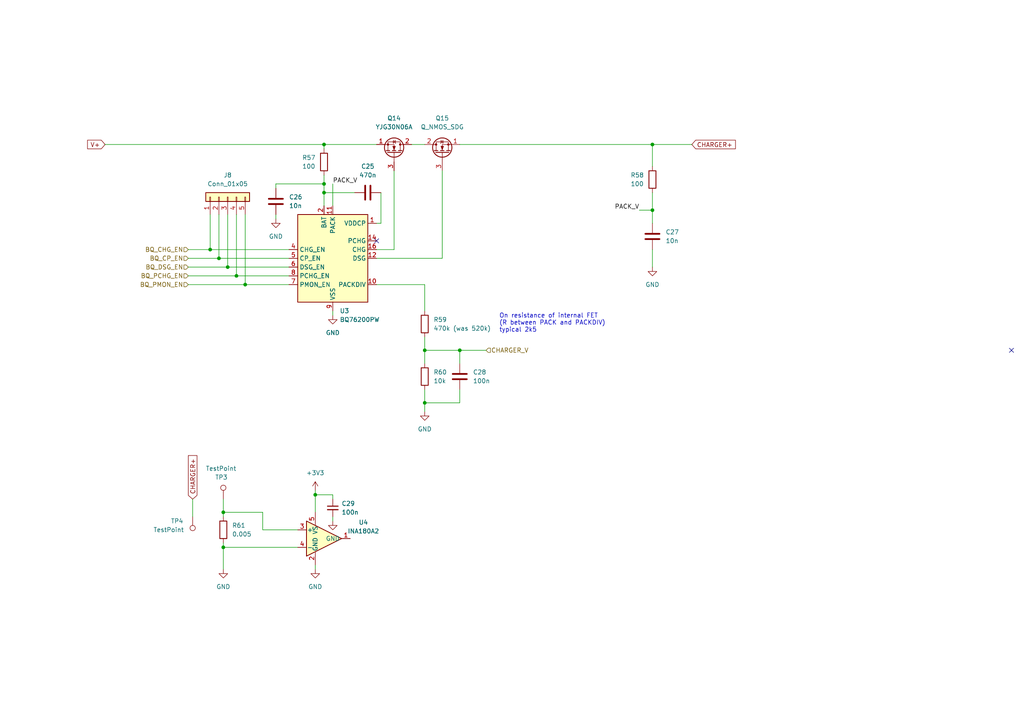
<source format=kicad_sch>
(kicad_sch (version 20211123) (generator eeschema)
  (paper "A4")
  (lib_symbols
    (symbol "Battery_Management:BQ76200PW"
      (property "Reference" "U" (at -8.89 13.97 0))
      (property "Value" "BQ76200PW" (at 7.62 13.97 0))
      (symbol "BQ76200PW_0_1"
        (rectangle (start -10.16 -12.7) (end 10.16 12.7) (stroke (width 0.254)) (fill (type background)))
      )
      (symbol "BQ76200PW_1_1"
        (pin output line (at 12.7 10.16 180) (length 2.54) (name "VDDCP") (number "1"))
        (pin output line (at 12.7 -7.62 180) (length 2.54) (name "PACKDIV") (number "10"))
        (pin power_in line (at 0 15.24 270) (length 2.54) (name "PACK") (number "11"))
        (pin output line (at 12.7 0 180) (length 2.54) (name "DSG") (number "12"))
        (pin no_connect line (at -10.16 7.62 0) (length 2.54) hide (name "NC") (number "13"))
        (pin output line (at 12.7 5.08 180) (length 2.54) (name "PCHG") (number "14"))
        (pin no_connect line (at -10.16 5.08 0) (length 2.54) hide (name "NC") (number "15"))
        (pin output line (at 12.7 2.54 180) (length 2.54) (name "CHG") (number "16"))
        (pin power_in line (at -2.54 15.24 270) (length 2.54) (name "BAT") (number "2"))
        (pin no_connect line (at -10.16 10.16 0) (length 2.54) hide (name "NC") (number "3"))
        (pin input line (at -12.7 2.54 0) (length 2.54) (name "CHG_EN") (number "4"))
        (pin input line (at -12.7 0 0) (length 2.54) (name "CP_EN") (number "5"))
        (pin input line (at -12.7 -2.54 0) (length 2.54) (name "DSG_EN") (number "6"))
        (pin input line (at -12.7 -7.62 0) (length 2.54) (name "PMON_EN") (number "7"))
        (pin input line (at -12.7 -5.08 0) (length 2.54) (name "PCHG_EN") (number "8"))
        (pin power_in line (at 0 -15.24 90) (length 2.54) (name "VSS") (number "9"))
      )
    )
    (symbol "Connector:TestPoint" (pin_numbers hide) (pin_names (offset 0.762) hide)
      (property "Reference" "TP" (at 0 6.858 0))
      (property "Value" "TestPoint" (at 0 5.08 0))
      (symbol "TestPoint_0_1"
        (circle (center 0 3.302) (radius 0.762))
      )
      (symbol "TestPoint_1_1"
        (pin passive line (at 0 0 90) (length 2.54) (name "1") (number "1"))
      )
    )
    (symbol "Connector_Generic:Conn_01x05" (pin_names (offset 1.016) hide)
      (property "Reference" "J" (at 0 7.62 0))
      (property "Value" "Conn_01x05" (at 0 -7.62 0))
      (symbol "Conn_01x05_1_1"
        (rectangle (start -1.27 -4.953) (end 0 -5.207) (stroke (width 0.1524)))
        (rectangle (start -1.27 -2.413) (end 0 -2.667) (stroke (width 0.1524)))
        (rectangle (start -1.27 0.127) (end 0 -0.127) (stroke (width 0.1524)))
        (rectangle (start -1.27 2.667) (end 0 2.413) (stroke (width 0.1524)))
        (rectangle (start -1.27 5.207) (end 0 4.953) (stroke (width 0.1524)))
        (rectangle (start -1.27 6.35) (end 1.27 -6.35) (stroke (width 0.254)) (fill (type background)))
        (pin passive line (at -5.08 5.08 0) (length 3.81) (name "Pin_1") (number "1"))
        (pin passive line (at -5.08 2.54 0) (length 3.81) (name "Pin_2") (number "2"))
        (pin passive line (at -5.08 0 0) (length 3.81) (name "Pin_3") (number "3"))
        (pin passive line (at -5.08 -2.54 0) (length 3.81) (name "Pin_4") (number "4"))
        (pin passive line (at -5.08 -5.08 0) (length 3.81) (name "Pin_5") (number "5"))
      )
    )
    (symbol "Device:C" (pin_numbers hide) (pin_names (offset 0.254))
      (property "Reference" "C" (at 0.635 2.54 0))
      (property "Value" "C" (at 0.635 -2.54 0))
      (symbol "C_0_1"
        (polyline (pts (xy -2.032 -0.762) (xy 2.032 -0.762)) (stroke (width 0.508)))
        (polyline (pts (xy -2.032 0.762) (xy 2.032 0.762)) (stroke (width 0.508)))
      )
      (symbol "C_1_1"
        (pin passive line (at 0 3.81 270) (length 2.794) (name "~") (number "1"))
        (pin passive line (at 0 -3.81 90) (length 2.794) (name "~") (number "2"))
      )
    )
    (symbol "Device:C_Small" (pin_numbers hide) (pin_names (offset 0.254) hide)
      (property "Reference" "C" (at 0.254 1.778 0))
      (property "Value" "C_Small" (at 0.254 -2.032 0))
      (symbol "C_Small_0_1"
        (polyline (pts (xy -1.524 -0.508) (xy 1.524 -0.508)) (stroke (width 0.3302)))
        (polyline (pts (xy -1.524 0.508) (xy 1.524 0.508)) (stroke (width 0.3048)))
      )
      (symbol "C_Small_1_1"
        (pin passive line (at 0 2.54 270) (length 2.032) (name "~") (number "1"))
        (pin passive line (at 0 -2.54 90) (length 2.032) (name "~") (number "2"))
      )
    )
    (symbol "Device:Q_NMOS_SDG" (pin_names (offset 0) hide)
      (property "Reference" "Q" (at 5.08 1.27 0))
      (property "Value" "Q_NMOS_SDG" (at 5.08 -1.27 0))
      (symbol "Q_NMOS_SDG_0_1"
        (polyline (pts (xy 0.254 0) (xy -2.54 0)))
        (polyline (pts (xy 0.254 1.905) (xy 0.254 -1.905)) (stroke (width 0.254)))
        (polyline (pts (xy 0.762 -1.27) (xy 0.762 -2.286)) (stroke (width 0.254)))
        (polyline (pts (xy 0.762 0.508) (xy 0.762 -0.508)) (stroke (width 0.254)))
        (polyline (pts (xy 0.762 2.286) (xy 0.762 1.27)) (stroke (width 0.254)))
        (polyline (pts (xy 2.54 2.54) (xy 2.54 1.778)))
        (polyline (pts (xy 2.54 -2.54) (xy 2.54 0) (xy 0.762 0)))
        (polyline (pts (xy 0.762 -1.778) (xy 3.302 -1.778) (xy 3.302 1.778) (xy 0.762 1.778)))
        (polyline (pts (xy 1.016 0) (xy 2.032 0.381) (xy 2.032 -0.381) (xy 1.016 0)) (fill (type outline)))
        (polyline (pts (xy 2.794 0.508) (xy 2.921 0.381) (xy 3.683 0.381) (xy 3.81 0.254)))
        (polyline (pts (xy 3.302 0.381) (xy 2.921 -0.254) (xy 3.683 -0.254) (xy 3.302 0.381)))
        (circle (center 1.651 0) (radius 2.794) (stroke (width 0.254)))
        (circle (center 2.54 -1.778) (radius 0.254) (fill (type outline)))
        (circle (center 2.54 1.778) (radius 0.254) (fill (type outline)))
      )
      (symbol "Q_NMOS_SDG_1_1"
        (pin passive line (at 2.54 -5.08 90) (length 2.54) (name "S") (number "1"))
        (pin passive line (at 2.54 5.08 270) (length 2.54) (name "D") (number "2"))
        (pin input line (at -5.08 0 0) (length 2.54) (name "G") (number "3"))
      )
    )
    (symbol "Device:R" (pin_numbers hide) (pin_names (offset 0))
      (property "Reference" "R" (at 2.032 0 90))
      (property "Value" "R" (at 0 0 90))
      (symbol "R_0_1"
        (rectangle (start -1.016 -2.54) (end 1.016 2.54) (stroke (width 0.254)))
      )
      (symbol "R_1_1"
        (pin passive line (at 0 3.81 270) (length 1.27) (name "~") (number "1"))
        (pin passive line (at 0 -3.81 90) (length 1.27) (name "~") (number "2"))
      )
    )
    (symbol "FLUX_BMS:INA180" (pin_names (offset 0.127))
      (property "Reference" "U" (at 3.81 3.81 0))
      (property "Value" "INA180" (at 3.81 -2.54 0))
      (symbol "INA180_0_1"
        (polyline (pts (xy 5.08 0) (xy -5.08 5.08) (xy -5.08 -5.08) (xy 5.08 0)) (stroke (width 0.254)) (fill (type background)))
      )
      (symbol "INA180_1_1"
        (pin output line (at 7.62 0 180) (length 2.54) (name "~") (number "1"))
        (pin power_in line (at -2.54 -7.62 90) (length 3.81) (name "GND") (number "2"))
        (pin input line (at -7.62 2.54 0) (length 2.54) (name "+") (number "3"))
        (pin input line (at -7.62 -2.54 0) (length 2.54) (name "-") (number "4"))
        (pin power_in line (at -2.54 7.62 270) (length 3.81) (name "VS") (number "5"))
      )
    )
    (symbol "power:+3V3" (power) (pin_names (offset 0))
      (property "Value" "+3V3" (at 0 3.556 0))
      (symbol "+3V3_0_1"
        (polyline (pts (xy -0.762 1.27) (xy 0 2.54)))
        (polyline (pts (xy 0 0) (xy 0 2.54)))
        (polyline (pts (xy 0 2.54) (xy 0.762 1.27)))
      )
      (symbol "+3V3_1_1"
        (pin power_in line (at 0 0 90) (length 0) hide (name "+3V3") (number "1"))
      )
    )
    (symbol "power:GND" (power) (pin_names (offset 0))
      (property "Value" "GND" (at 0 -3.81 0))
      (symbol "GND_0_1"
        (polyline (pts (xy 0 0) (xy 0 -1.27) (xy 1.27 -1.27) (xy 0 -2.54) (xy -1.27 -1.27) (xy 0 -1.27)))
      )
      (symbol "GND_1_1"
        (pin power_in line (at 0 0 270) (length 0) hide (name "GND") (number "1"))
      )
    )
  )
  (junction (at 71.12 82.55))
  (junction (at 133.35 101.6))
  (junction (at 64.77 158.75))
  (junction (at 60.96 72.39))
  (junction (at 66.04 77.47))
  (junction (at 91.44 143.51))
  (junction (at 189.23 60.96))
  (junction (at 93.98 53.34))
  (junction (at 93.98 55.88))
  (junction (at 123.19 101.6))
  (junction (at 63.5 74.93))
  (junction (at 189.23 41.91))
  (junction (at 64.77 148.59))
  (junction (at 123.19 116.84))
  (junction (at 93.98 41.91))
  (junction (at 68.58 80.01))
  (no_connect (at 293.37 101.6))
  (no_connect (at 109.22 69.85))
  (wire (pts (xy 93.98 55.88) (xy 102.87 55.88)))
  (wire (pts (xy 123.19 101.6) (xy 133.35 101.6)))
  (wire (pts (xy 54.61 74.93) (xy 63.5 74.93)))
  (wire (pts (xy 133.35 101.6) (xy 133.35 105.41)))
  (wire (pts (xy 60.96 72.39) (xy 83.82 72.39)))
  (wire (pts (xy 114.3 49.53) (xy 114.3 72.39)))
  (wire (pts (xy 123.19 116.84) (xy 123.19 119.38)))
  (wire (pts (xy 114.3 72.39) (xy 109.22 72.39)))
  (wire (pts (xy 80.01 53.34) (xy 93.98 53.34)))
  (wire (pts (xy 96.52 149.86) (xy 96.52 151.13)))
  (wire (pts (xy 109.22 82.55) (xy 123.19 82.55)))
  (wire (pts (xy 96.52 144.78) (xy 96.52 143.51)))
  (wire (pts (xy 66.04 62.23) (xy 66.04 77.47)))
  (wire (pts (xy 55.88 144.78) (xy 55.88 149.86)))
  (wire (pts (xy 91.44 163.83) (xy 91.44 165.1)))
  (wire (pts (xy 123.19 97.79) (xy 123.19 101.6)))
  (wire (pts (xy 54.61 82.55) (xy 71.12 82.55)))
  (wire (pts (xy 123.19 101.6) (xy 123.19 105.41)))
  (wire (pts (xy 96.52 143.51) (xy 91.44 143.51)))
  (wire (pts (xy 64.77 144.78) (xy 64.77 148.59)))
  (wire (pts (xy 71.12 82.55) (xy 83.82 82.55)))
  (wire (pts (xy 96.52 90.17) (xy 96.52 91.44)))
  (wire (pts (xy 189.23 41.91) (xy 200.66 41.91)))
  (wire (pts (xy 68.58 62.23) (xy 68.58 80.01)))
  (wire (pts (xy 93.98 50.8) (xy 93.98 53.34)))
  (wire (pts (xy 54.61 77.47) (xy 66.04 77.47)))
  (wire (pts (xy 91.44 143.51) (xy 91.44 148.59)))
  (wire (pts (xy 189.23 60.96) (xy 189.23 64.77)))
  (wire (pts (xy 86.36 153.67) (xy 76.2 153.67)))
  (wire (pts (xy 64.77 158.75) (xy 64.77 157.48)))
  (wire (pts (xy 109.22 41.91) (xy 93.98 41.91)))
  (wire (pts (xy 189.23 55.88) (xy 189.23 60.96)))
  (wire (pts (xy 189.23 72.39) (xy 189.23 77.47)))
  (wire (pts (xy 76.2 148.59) (xy 64.77 148.59)))
  (wire (pts (xy 93.98 53.34) (xy 93.98 55.88)))
  (wire (pts (xy 123.19 82.55) (xy 123.19 90.17)))
  (wire (pts (xy 63.5 62.23) (xy 63.5 74.93)))
  (wire (pts (xy 109.22 74.93) (xy 128.27 74.93)))
  (wire (pts (xy 110.49 55.88) (xy 110.49 64.77)))
  (wire (pts (xy 54.61 72.39) (xy 60.96 72.39)))
  (wire (pts (xy 30.48 41.91) (xy 93.98 41.91)))
  (wire (pts (xy 133.35 41.91) (xy 189.23 41.91)))
  (wire (pts (xy 91.44 142.24) (xy 91.44 143.51)))
  (wire (pts (xy 54.61 80.01) (xy 68.58 80.01)))
  (wire (pts (xy 64.77 158.75) (xy 86.36 158.75)))
  (wire (pts (xy 80.01 62.23) (xy 80.01 63.5)))
  (wire (pts (xy 68.58 80.01) (xy 83.82 80.01)))
  (wire (pts (xy 133.35 101.6) (xy 140.97 101.6)))
  (wire (pts (xy 66.04 77.47) (xy 83.82 77.47)))
  (wire (pts (xy 63.5 74.93) (xy 83.82 74.93)))
  (wire (pts (xy 60.96 62.23) (xy 60.96 72.39)))
  (wire (pts (xy 64.77 148.59) (xy 64.77 149.86)))
  (wire (pts (xy 96.52 53.34) (xy 96.52 59.69)))
  (wire (pts (xy 133.35 116.84) (xy 123.19 116.84)))
  (wire (pts (xy 119.38 41.91) (xy 123.19 41.91)))
  (wire (pts (xy 64.77 158.75) (xy 64.77 165.1)))
  (wire (pts (xy 123.19 113.03) (xy 123.19 116.84)))
  (wire (pts (xy 110.49 64.77) (xy 109.22 64.77)))
  (wire (pts (xy 71.12 62.23) (xy 71.12 82.55)))
  (wire (pts (xy 76.2 153.67) (xy 76.2 148.59)))
  (wire (pts (xy 80.01 54.61) (xy 80.01 53.34)))
  (wire (pts (xy 93.98 55.88) (xy 93.98 59.69)))
  (wire (pts (xy 189.23 41.91) (xy 189.23 48.26)))
  (wire (pts (xy 93.98 41.91) (xy 93.98 43.18)))
  (wire (pts (xy 133.35 113.03) (xy 133.35 116.84)))
  (wire (pts (xy 128.27 74.93) (xy 128.27 49.53)))
  (wire (pts (xy 185.42 60.96) (xy 189.23 60.96)))
  (text "On resistance of internal FET \n(R between PACK and PACKDIV)\ntypical 2k5" (at 144.78 96.52 0) (effects (font (size 1.27 1.27)) (justify left bottom)))
  (label "PACK_V" (at 185.42 60.96 180))
  (label "PACK_V" (at 96.52 53.34 0))
  (global_label "CHARGER+" (shape input) (at 55.88 144.78 90) (property "Intersheet References" "${INTERSHEET_REFS}" (effects hide)))
  (global_label "V+" (shape input) (at 30.48 41.91 180) (property "Intersheet References" "${INTERSHEET_REFS}" (effects hide)))
  (global_label "CHARGER+" (shape input) (at 200.66 41.91 0) (property "Intersheet References" "${INTERSHEET_REFS}" (effects hide)))
  (hierarchical_label "BQ_DSG_EN" (shape input) (at 54.61 77.47 180))
  (hierarchical_label "BQ_PCHG_EN" (shape input) (at 54.61 80.01 180))
  (hierarchical_label "CHARGER_V" (shape input) (at 140.97 101.6 0))
  (hierarchical_label "BQ_PMON_EN" (shape input) (at 54.61 82.55 180))
  (hierarchical_label "BQ_CHG_EN" (shape input) (at 54.61 72.39 180))
  (hierarchical_label "BQ_CP_EN" (shape input) (at 54.61 74.93 180))
  (symbol (lib_id "Device:C") (at 133.35 109.22 180) (unit 1)
    (property "Reference" "C28" (at 137.16 107.9499 0) (effects (justify right)))
    (property "Value" "100n" (at 137.16 110.4899 0) (effects (justify right)))
    (property "Footprint" "Capacitor_SMD:C_0805_2012Metric" (effects hide))
  )
  (symbol (lib_id "Device:C") (at 80.01 58.42 180) (unit 1)
    (property "Reference" "C26" (at 83.82 57.1499 0) (effects (justify right)))
    (property "Value" "10n" (at 83.82 59.6899 0) (effects (justify right)))
    (property "Footprint" "Capacitor_SMD:C_0805_2012Metric" (effects hide))
  )
  (symbol (lib_id "Connector:TestPoint") (at 64.77 144.78 0) (unit 1)
    (property "Reference" "TP3" (at 66.04 138.43 0) (effects (justify right)))
    (property "Value" "TestPoint" (at 68.58 135.89 0) (effects (justify right)))
    (property "Footprint" "FLUX-BMS:PAD" (effects hide))
  )
  (symbol (lib_id "power:GND") (at 96.52 151.13 0) (unit 1)
    (property "Reference" "#PWR026" (effects hide))
    (property "Value" "GND" (at 96.52 156.21 0))
  )
  (symbol (lib_id "Connector:TestPoint") (at 55.88 149.86 180) (unit 1)
    (property "Reference" "TP4" (at 49.53 151.13 0) (effects (justify right)))
    (property "Value" "TestPoint" (at 44.45 153.67 0) (effects (justify right)))
    (property "Footprint" "FLUX-BMS:PAD" (effects hide))
  )
  (symbol (lib_id "power:GND") (at 123.19 119.38 0) (unit 1)
    (property "Reference" "#PWR025" (effects hide))
    (property "Value" "GND" (at 123.19 124.46 0))
  )
  (symbol (lib_id "power:GND") (at 64.77 165.1 0) (unit 1)
    (property "Reference" "#PWR027" (effects hide))
    (property "Value" "GND" (at 64.77 170.18 0))
  )
  (symbol (lib_id "power:GND") (at 96.52 91.44 0) (unit 1)
    (property "Reference" "#PWR023" (effects hide))
    (property "Value" "GND" (at 96.52 96.52 0))
  )
  (symbol (lib_id "power:GND") (at 189.23 77.47 0) (unit 1)
    (property "Reference" "#PWR022" (effects hide))
    (property "Value" "GND" (at 189.23 82.55 0))
  )
  (symbol (lib_id "Device:R") (at 123.19 109.22 0) (unit 1)
    (property "Reference" "R60" (at 125.73 107.9499 0) (effects (justify left)))
    (property "Value" "10k" (at 125.73 110.4899 0) (effects (justify left)))
    (property "Footprint" "Resistor_SMD:R_0805_2012Metric" (effects hide))
  )
  (symbol (lib_id "Device:Q_NMOS_SDG") (at 128.27 44.45 90) (unit 1)
    (property "Reference" "Q15" (at 128.27 34.29 90))
    (property "Value" "Q_NMOS_SDG" (at 128.27 36.83 90))
    (property "Footprint" "FLUX-BMS:TRANS_BSC076N06NS3-G" (effects hide))
  )
  (symbol (lib_id "power:+3V3") (at 91.44 142.24 0) (unit 1)
    (property "Reference" "#PWR024" (effects hide))
    (property "Value" "+3V3" (at 91.44 137.16 0))
  )
  (symbol (lib_id "Device:R") (at 189.23 52.07 0) (unit 1)
    (property "Reference" "R58" (at 182.88 50.8 0) (effects (justify left)))
    (property "Value" "100" (at 182.88 53.34 0) (effects (justify left)))
    (property "Footprint" "Resistor_SMD:R_0805_2012Metric" (effects hide))
  )
  (symbol (lib_id "Device:R") (at 93.98 46.99 0) (unit 1)
    (property "Reference" "R57" (at 87.63 45.72 0) (effects (justify left)))
    (property "Value" "100" (at 87.63 48.26 0) (effects (justify left)))
    (property "Footprint" "Resistor_SMD:R_0805_2012Metric" (effects hide))
  )
  (symbol (lib_id "Device:R") (at 123.19 93.98 0) (unit 1)
    (property "Reference" "R59" (at 125.73 92.7099 0) (effects (justify left)))
    (property "Value" "470k (was 520k)" (at 125.73 95.2499 0) (effects (justify left)))
    (property "Footprint" "Resistor_SMD:R_0805_2012Metric" (effects hide))
  )
  (symbol (lib_id "Device:Q_NMOS_SDG") (at 114.3 44.45 270) (mirror x) (unit 1)
    (property "Reference" "Q14" (at 114.3 34.29 90))
    (property "Value" "YJG30N06A" (at 114.3 36.83 90))
    (property "Footprint" "FLUX-BMS:TRANS_BSC076N06NS3-G" (effects hide))
    (property "LCSC" "C919593" (effects hide))
  )
  (symbol (lib_id "Device:R") (at 64.77 153.67 0) (unit 1)
    (property "Reference" "R61" (at 67.31 152.3999 0) (effects (justify left)))
    (property "Value" "0.005" (at 67.31 154.9399 0) (effects (justify left)))
    (property "Footprint" "Resistor_SMD:R_2512_6332Metric" (effects hide))
    (property "LCSC" "C2903465" (effects hide))
  )
  (symbol (lib_id "Device:C_Small") (at 96.52 147.32 0) (unit 1)
    (property "Reference" "C29" (at 99.06 146.0562 0) (effects (justify left)))
    (property "Value" "100n" (at 99.06 148.5962 0) (effects (justify left)))
    (property "Footprint" "Capacitor_SMD:C_0805_2012Metric" (effects hide))
  )
  (symbol (lib_id "Device:C") (at 189.23 68.58 180) (unit 1)
    (property "Reference" "C27" (at 193.04 67.3099 0) (effects (justify right)))
    (property "Value" "10n" (at 193.04 69.8499 0) (effects (justify right)))
    (property "Footprint" "Capacitor_SMD:C_0805_2012Metric" (effects hide))
  )
  (symbol (lib_id "Battery_Management:BQ76200PW") (at 96.52 74.93 0) (unit 1)
    (property "Reference" "U3" (at 98.5394 90.17 0) (effects (justify left)))
    (property "Value" "BQ76200PW" (at 98.5394 92.71 0) (effects (justify left)))
    (property "Footprint" "Package_SO:TSSOP-16_4.4x5mm_P0.65mm" (effects hide))
    (property "Datasheet" "http://www.ti.com/lit/ds/symlink/bq76200.pdf" (effects hide))
    (property "LCSC" "C216213" (effects hide))
  )
  (symbol (lib_id "power:GND") (at 80.01 63.5 0) (unit 1)
    (property "Reference" "#PWR021" (effects hide))
    (property "Value" "GND" (at 80.01 68.58 0))
  )
  (symbol (lib_id "Connector_Generic:Conn_01x05") (at 66.04 57.15 90) (unit 1)
    (property "Reference" "J8" (at 66.04 50.8 90))
    (property "Value" "Conn_01x05" (at 66.04 53.34 90))
    (property "Footprint" "Connector_PinSocket_2.54mm:PinSocket_1x05_P2.54mm_Vertical" (effects hide))
  )
  (symbol (lib_id "FLUX_BMS:INA180") (at 93.98 156.21 0) (unit 1)
    (property "Reference" "U4" (at 105.41 151.511 0))
    (property "Value" "INA180A2" (at 105.41 154.051 0))
    (property "Footprint" "Package_TO_SOT_SMD:SOT-23-5" (effects hide))
    (property "LCSC" "C192764" (effects hide))
  )
  (symbol (lib_id "Device:C") (at 106.68 55.88 90) (unit 1)
    (property "Reference" "C25" (at 106.68 48.26 90))
    (property "Value" "470n" (at 106.68 50.8 90))
    (property "Footprint" "Capacitor_SMD:C_0805_2012Metric" (effects hide))
  )
  (symbol (lib_id "power:GND") (at 91.44 165.1 0) (unit 1)
    (property "Reference" "#PWR028" (effects hide))
    (property "Value" "GND" (at 91.44 170.18 0))
  )
)
</source>
